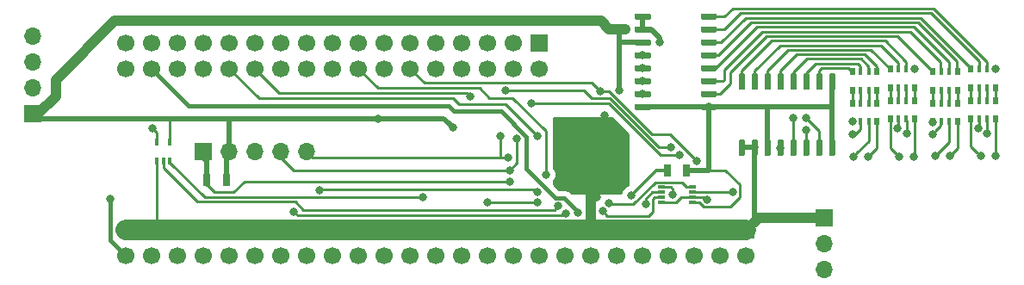
<source format=gbr>
G04 #@! TF.GenerationSoftware,KiCad,Pcbnew,(5.99.0-576-ga860ac506)*
G04 #@! TF.CreationDate,2020-08-23T19:59:58+02:00*
G04 #@! TF.ProjectId,50 pin to 34 pin Floppy Adapter,35302070-696e-4207-946f-203334207069,rev?*
G04 #@! TF.SameCoordinates,Original*
G04 #@! TF.FileFunction,Copper,L2,Bot*
G04 #@! TF.FilePolarity,Positive*
%FSLAX46Y46*%
G04 Gerber Fmt 4.6, Leading zero omitted, Abs format (unit mm)*
G04 Created by KiCad (PCBNEW (5.99.0-576-ga860ac506)) date 2020-08-23 19:59:58*
%MOMM*%
%LPD*%
G04 APERTURE LIST*
%ADD10R,0.800000X0.300000*%
%ADD11R,0.400000X0.650000*%
%ADD12R,1.700000X1.700000*%
%ADD13C,1.700000*%
%ADD14O,1.700000X1.700000*%
%ADD15R,0.700000X1.300000*%
%ADD16R,0.500000X0.800000*%
%ADD17R,0.400000X0.800000*%
%ADD18C,0.800000*%
%ADD19C,0.500000*%
%ADD20C,0.250000*%
%ADD21C,0.400000*%
%ADD22C,1.000000*%
%ADD23C,2.000000*%
%ADD24C,0.350000*%
%ADD25C,0.254000*%
G04 APERTURE END LIST*
D10*
X85635500Y-39421500D03*
X85635500Y-38921500D03*
X85635500Y-38421500D03*
X85635500Y-37921500D03*
X88735500Y-37921500D03*
X88735500Y-38421500D03*
X88735500Y-38921500D03*
X88735500Y-39421500D03*
D11*
X37338000Y-33469500D03*
X36038000Y-33469500D03*
X36688000Y-35369500D03*
X36038000Y-35369500D03*
X37338000Y-35369500D03*
D12*
X93980000Y-42164000D03*
D13*
X93980000Y-44704000D03*
X91440000Y-42164000D03*
X91440000Y-44704000D03*
X88900000Y-42164000D03*
X88900000Y-44704000D03*
X86360000Y-42164000D03*
X86360000Y-44704000D03*
X83820000Y-42164000D03*
X83820000Y-44704000D03*
X81280000Y-42164000D03*
X81280000Y-44704000D03*
X78740000Y-42164000D03*
X78740000Y-44704000D03*
X76200000Y-42164000D03*
X76200000Y-44704000D03*
X73660000Y-42164000D03*
X73660000Y-44704000D03*
X71120000Y-42164000D03*
X71120000Y-44704000D03*
X68580000Y-42164000D03*
X68580000Y-44704000D03*
X66040000Y-42164000D03*
X66040000Y-44704000D03*
X63500000Y-42164000D03*
X63500000Y-44704000D03*
X60960000Y-42164000D03*
X60960000Y-44704000D03*
X58420000Y-42164000D03*
X58420000Y-44704000D03*
X55880000Y-42164000D03*
X55880000Y-44704000D03*
X53340000Y-42164000D03*
X53340000Y-44704000D03*
X50800000Y-42164000D03*
X50800000Y-44704000D03*
X48260000Y-42164000D03*
X48260000Y-44704000D03*
X45720000Y-42164000D03*
X45720000Y-44704000D03*
X43180000Y-42164000D03*
X43180000Y-44704000D03*
X40640000Y-42164000D03*
X40640000Y-44704000D03*
X38100000Y-42164000D03*
X38100000Y-44704000D03*
X35560000Y-42164000D03*
X35560000Y-44704000D03*
X33020000Y-42164000D03*
X33020000Y-44704000D03*
D12*
X40640000Y-34417000D03*
D14*
X43180000Y-34417000D03*
X45720000Y-34417000D03*
X48260000Y-34417000D03*
X50800000Y-34417000D03*
D15*
X88138000Y-36258500D03*
X86238000Y-36258500D03*
X40960000Y-37211000D03*
X42860000Y-37211000D03*
G04 #@! TA.AperFunction,SMDPad,CuDef*
G36*
X84515903Y-29746918D02*
G01*
X84564566Y-29779434D01*
X84597082Y-29828097D01*
X84608500Y-29885500D01*
X84608500Y-30185500D01*
X84597082Y-30242903D01*
X84564566Y-30291566D01*
X84515903Y-30324082D01*
X84458500Y-30335500D01*
X83158500Y-30335500D01*
X83101097Y-30324082D01*
X83052434Y-30291566D01*
X83019918Y-30242903D01*
X83008500Y-30185500D01*
X83008500Y-29885500D01*
X83019918Y-29828097D01*
X83052434Y-29779434D01*
X83101097Y-29746918D01*
X83158500Y-29735500D01*
X84458500Y-29735500D01*
X84515903Y-29746918D01*
G37*
G04 #@! TD.AperFunction*
G04 #@! TA.AperFunction,SMDPad,CuDef*
G36*
X84515903Y-28476918D02*
G01*
X84564566Y-28509434D01*
X84597082Y-28558097D01*
X84608500Y-28615500D01*
X84608500Y-28915500D01*
X84597082Y-28972903D01*
X84564566Y-29021566D01*
X84515903Y-29054082D01*
X84458500Y-29065500D01*
X83158500Y-29065500D01*
X83101097Y-29054082D01*
X83052434Y-29021566D01*
X83019918Y-28972903D01*
X83008500Y-28915500D01*
X83008500Y-28615500D01*
X83019918Y-28558097D01*
X83052434Y-28509434D01*
X83101097Y-28476918D01*
X83158500Y-28465500D01*
X84458500Y-28465500D01*
X84515903Y-28476918D01*
G37*
G04 #@! TD.AperFunction*
G04 #@! TA.AperFunction,SMDPad,CuDef*
G36*
X84515903Y-27206918D02*
G01*
X84564566Y-27239434D01*
X84597082Y-27288097D01*
X84608500Y-27345500D01*
X84608500Y-27645500D01*
X84597082Y-27702903D01*
X84564566Y-27751566D01*
X84515903Y-27784082D01*
X84458500Y-27795500D01*
X83158500Y-27795500D01*
X83101097Y-27784082D01*
X83052434Y-27751566D01*
X83019918Y-27702903D01*
X83008500Y-27645500D01*
X83008500Y-27345500D01*
X83019918Y-27288097D01*
X83052434Y-27239434D01*
X83101097Y-27206918D01*
X83158500Y-27195500D01*
X84458500Y-27195500D01*
X84515903Y-27206918D01*
G37*
G04 #@! TD.AperFunction*
G04 #@! TA.AperFunction,SMDPad,CuDef*
G36*
X84515903Y-25936918D02*
G01*
X84564566Y-25969434D01*
X84597082Y-26018097D01*
X84608500Y-26075500D01*
X84608500Y-26375500D01*
X84597082Y-26432903D01*
X84564566Y-26481566D01*
X84515903Y-26514082D01*
X84458500Y-26525500D01*
X83158500Y-26525500D01*
X83101097Y-26514082D01*
X83052434Y-26481566D01*
X83019918Y-26432903D01*
X83008500Y-26375500D01*
X83008500Y-26075500D01*
X83019918Y-26018097D01*
X83052434Y-25969434D01*
X83101097Y-25936918D01*
X83158500Y-25925500D01*
X84458500Y-25925500D01*
X84515903Y-25936918D01*
G37*
G04 #@! TD.AperFunction*
G04 #@! TA.AperFunction,SMDPad,CuDef*
G36*
X84515903Y-24666918D02*
G01*
X84564566Y-24699434D01*
X84597082Y-24748097D01*
X84608500Y-24805500D01*
X84608500Y-25105500D01*
X84597082Y-25162903D01*
X84564566Y-25211566D01*
X84515903Y-25244082D01*
X84458500Y-25255500D01*
X83158500Y-25255500D01*
X83101097Y-25244082D01*
X83052434Y-25211566D01*
X83019918Y-25162903D01*
X83008500Y-25105500D01*
X83008500Y-24805500D01*
X83019918Y-24748097D01*
X83052434Y-24699434D01*
X83101097Y-24666918D01*
X83158500Y-24655500D01*
X84458500Y-24655500D01*
X84515903Y-24666918D01*
G37*
G04 #@! TD.AperFunction*
G04 #@! TA.AperFunction,SMDPad,CuDef*
G36*
X84515903Y-23396918D02*
G01*
X84564566Y-23429434D01*
X84597082Y-23478097D01*
X84608500Y-23535500D01*
X84608500Y-23835500D01*
X84597082Y-23892903D01*
X84564566Y-23941566D01*
X84515903Y-23974082D01*
X84458500Y-23985500D01*
X83158500Y-23985500D01*
X83101097Y-23974082D01*
X83052434Y-23941566D01*
X83019918Y-23892903D01*
X83008500Y-23835500D01*
X83008500Y-23535500D01*
X83019918Y-23478097D01*
X83052434Y-23429434D01*
X83101097Y-23396918D01*
X83158500Y-23385500D01*
X84458500Y-23385500D01*
X84515903Y-23396918D01*
G37*
G04 #@! TD.AperFunction*
G04 #@! TA.AperFunction,SMDPad,CuDef*
G36*
X84515903Y-22126918D02*
G01*
X84564566Y-22159434D01*
X84597082Y-22208097D01*
X84608500Y-22265500D01*
X84608500Y-22565500D01*
X84597082Y-22622903D01*
X84564566Y-22671566D01*
X84515903Y-22704082D01*
X84458500Y-22715500D01*
X83158500Y-22715500D01*
X83101097Y-22704082D01*
X83052434Y-22671566D01*
X83019918Y-22622903D01*
X83008500Y-22565500D01*
X83008500Y-22265500D01*
X83019918Y-22208097D01*
X83052434Y-22159434D01*
X83101097Y-22126918D01*
X83158500Y-22115500D01*
X84458500Y-22115500D01*
X84515903Y-22126918D01*
G37*
G04 #@! TD.AperFunction*
G04 #@! TA.AperFunction,SMDPad,CuDef*
G36*
X84515903Y-20856918D02*
G01*
X84564566Y-20889434D01*
X84597082Y-20938097D01*
X84608500Y-20995500D01*
X84608500Y-21295500D01*
X84597082Y-21352903D01*
X84564566Y-21401566D01*
X84515903Y-21434082D01*
X84458500Y-21445500D01*
X83158500Y-21445500D01*
X83101097Y-21434082D01*
X83052434Y-21401566D01*
X83019918Y-21352903D01*
X83008500Y-21295500D01*
X83008500Y-20995500D01*
X83019918Y-20938097D01*
X83052434Y-20889434D01*
X83101097Y-20856918D01*
X83158500Y-20845500D01*
X84458500Y-20845500D01*
X84515903Y-20856918D01*
G37*
G04 #@! TD.AperFunction*
G04 #@! TA.AperFunction,SMDPad,CuDef*
G36*
X91015903Y-20856918D02*
G01*
X91064566Y-20889434D01*
X91097082Y-20938097D01*
X91108500Y-20995500D01*
X91108500Y-21295500D01*
X91097082Y-21352903D01*
X91064566Y-21401566D01*
X91015903Y-21434082D01*
X90958500Y-21445500D01*
X89658500Y-21445500D01*
X89601097Y-21434082D01*
X89552434Y-21401566D01*
X89519918Y-21352903D01*
X89508500Y-21295500D01*
X89508500Y-20995500D01*
X89519918Y-20938097D01*
X89552434Y-20889434D01*
X89601097Y-20856918D01*
X89658500Y-20845500D01*
X90958500Y-20845500D01*
X91015903Y-20856918D01*
G37*
G04 #@! TD.AperFunction*
G04 #@! TA.AperFunction,SMDPad,CuDef*
G36*
X91015903Y-22126918D02*
G01*
X91064566Y-22159434D01*
X91097082Y-22208097D01*
X91108500Y-22265500D01*
X91108500Y-22565500D01*
X91097082Y-22622903D01*
X91064566Y-22671566D01*
X91015903Y-22704082D01*
X90958500Y-22715500D01*
X89658500Y-22715500D01*
X89601097Y-22704082D01*
X89552434Y-22671566D01*
X89519918Y-22622903D01*
X89508500Y-22565500D01*
X89508500Y-22265500D01*
X89519918Y-22208097D01*
X89552434Y-22159434D01*
X89601097Y-22126918D01*
X89658500Y-22115500D01*
X90958500Y-22115500D01*
X91015903Y-22126918D01*
G37*
G04 #@! TD.AperFunction*
G04 #@! TA.AperFunction,SMDPad,CuDef*
G36*
X91015903Y-23396918D02*
G01*
X91064566Y-23429434D01*
X91097082Y-23478097D01*
X91108500Y-23535500D01*
X91108500Y-23835500D01*
X91097082Y-23892903D01*
X91064566Y-23941566D01*
X91015903Y-23974082D01*
X90958500Y-23985500D01*
X89658500Y-23985500D01*
X89601097Y-23974082D01*
X89552434Y-23941566D01*
X89519918Y-23892903D01*
X89508500Y-23835500D01*
X89508500Y-23535500D01*
X89519918Y-23478097D01*
X89552434Y-23429434D01*
X89601097Y-23396918D01*
X89658500Y-23385500D01*
X90958500Y-23385500D01*
X91015903Y-23396918D01*
G37*
G04 #@! TD.AperFunction*
G04 #@! TA.AperFunction,SMDPad,CuDef*
G36*
X91015903Y-24666918D02*
G01*
X91064566Y-24699434D01*
X91097082Y-24748097D01*
X91108500Y-24805500D01*
X91108500Y-25105500D01*
X91097082Y-25162903D01*
X91064566Y-25211566D01*
X91015903Y-25244082D01*
X90958500Y-25255500D01*
X89658500Y-25255500D01*
X89601097Y-25244082D01*
X89552434Y-25211566D01*
X89519918Y-25162903D01*
X89508500Y-25105500D01*
X89508500Y-24805500D01*
X89519918Y-24748097D01*
X89552434Y-24699434D01*
X89601097Y-24666918D01*
X89658500Y-24655500D01*
X90958500Y-24655500D01*
X91015903Y-24666918D01*
G37*
G04 #@! TD.AperFunction*
G04 #@! TA.AperFunction,SMDPad,CuDef*
G36*
X91015903Y-25936918D02*
G01*
X91064566Y-25969434D01*
X91097082Y-26018097D01*
X91108500Y-26075500D01*
X91108500Y-26375500D01*
X91097082Y-26432903D01*
X91064566Y-26481566D01*
X91015903Y-26514082D01*
X90958500Y-26525500D01*
X89658500Y-26525500D01*
X89601097Y-26514082D01*
X89552434Y-26481566D01*
X89519918Y-26432903D01*
X89508500Y-26375500D01*
X89508500Y-26075500D01*
X89519918Y-26018097D01*
X89552434Y-25969434D01*
X89601097Y-25936918D01*
X89658500Y-25925500D01*
X90958500Y-25925500D01*
X91015903Y-25936918D01*
G37*
G04 #@! TD.AperFunction*
G04 #@! TA.AperFunction,SMDPad,CuDef*
G36*
X91015903Y-27206918D02*
G01*
X91064566Y-27239434D01*
X91097082Y-27288097D01*
X91108500Y-27345500D01*
X91108500Y-27645500D01*
X91097082Y-27702903D01*
X91064566Y-27751566D01*
X91015903Y-27784082D01*
X90958500Y-27795500D01*
X89658500Y-27795500D01*
X89601097Y-27784082D01*
X89552434Y-27751566D01*
X89519918Y-27702903D01*
X89508500Y-27645500D01*
X89508500Y-27345500D01*
X89519918Y-27288097D01*
X89552434Y-27239434D01*
X89601097Y-27206918D01*
X89658500Y-27195500D01*
X90958500Y-27195500D01*
X91015903Y-27206918D01*
G37*
G04 #@! TD.AperFunction*
G04 #@! TA.AperFunction,SMDPad,CuDef*
G36*
X91015903Y-28476918D02*
G01*
X91064566Y-28509434D01*
X91097082Y-28558097D01*
X91108500Y-28615500D01*
X91108500Y-28915500D01*
X91097082Y-28972903D01*
X91064566Y-29021566D01*
X91015903Y-29054082D01*
X90958500Y-29065500D01*
X89658500Y-29065500D01*
X89601097Y-29054082D01*
X89552434Y-29021566D01*
X89519918Y-28972903D01*
X89508500Y-28915500D01*
X89508500Y-28615500D01*
X89519918Y-28558097D01*
X89552434Y-28509434D01*
X89601097Y-28476918D01*
X89658500Y-28465500D01*
X90958500Y-28465500D01*
X91015903Y-28476918D01*
G37*
G04 #@! TD.AperFunction*
G04 #@! TA.AperFunction,SMDPad,CuDef*
G36*
X91015903Y-29746918D02*
G01*
X91064566Y-29779434D01*
X91097082Y-29828097D01*
X91108500Y-29885500D01*
X91108500Y-30185500D01*
X91097082Y-30242903D01*
X91064566Y-30291566D01*
X91015903Y-30324082D01*
X90958500Y-30335500D01*
X89658500Y-30335500D01*
X89601097Y-30324082D01*
X89552434Y-30291566D01*
X89519918Y-30242903D01*
X89508500Y-30185500D01*
X89508500Y-29885500D01*
X89519918Y-29828097D01*
X89552434Y-29779434D01*
X89601097Y-29746918D01*
X89658500Y-29735500D01*
X90958500Y-29735500D01*
X91015903Y-29746918D01*
G37*
G04 #@! TD.AperFunction*
D16*
X112338000Y-29707000D03*
D17*
X113938000Y-29707000D03*
X113138000Y-29707000D03*
D16*
X114738000Y-29707000D03*
D17*
X113138000Y-31507000D03*
D16*
X112338000Y-31507000D03*
D17*
X113938000Y-31507000D03*
D16*
X114738000Y-31507000D03*
X116084500Y-29453000D03*
D17*
X117684500Y-29453000D03*
X116884500Y-29453000D03*
D16*
X118484500Y-29453000D03*
D17*
X116884500Y-31253000D03*
D16*
X116084500Y-31253000D03*
D17*
X117684500Y-31253000D03*
D16*
X118484500Y-31253000D03*
X112338000Y-26595500D03*
D17*
X113938000Y-26595500D03*
X113138000Y-26595500D03*
D16*
X114738000Y-26595500D03*
D17*
X113138000Y-28395500D03*
D16*
X112338000Y-28395500D03*
D17*
X113938000Y-28395500D03*
D16*
X114738000Y-28395500D03*
X116084500Y-26341500D03*
D17*
X117684500Y-26341500D03*
X116884500Y-26341500D03*
D16*
X118484500Y-26341500D03*
D17*
X116884500Y-28141500D03*
D16*
X116084500Y-28141500D03*
D17*
X117684500Y-28141500D03*
D16*
X118484500Y-28141500D03*
G04 #@! TA.AperFunction,SMDPad,CuDef*
G36*
X102632903Y-26758918D02*
G01*
X102681566Y-26791434D01*
X102714082Y-26840097D01*
X102725500Y-26897500D01*
X102725500Y-28197500D01*
X102714082Y-28254903D01*
X102681566Y-28303566D01*
X102632903Y-28336082D01*
X102575500Y-28347500D01*
X102275500Y-28347500D01*
X102218097Y-28336082D01*
X102169434Y-28303566D01*
X102136918Y-28254903D01*
X102125500Y-28197500D01*
X102125500Y-26897500D01*
X102136918Y-26840097D01*
X102169434Y-26791434D01*
X102218097Y-26758918D01*
X102275500Y-26747500D01*
X102575500Y-26747500D01*
X102632903Y-26758918D01*
G37*
G04 #@! TD.AperFunction*
G04 #@! TA.AperFunction,SMDPad,CuDef*
G36*
X101362903Y-26758918D02*
G01*
X101411566Y-26791434D01*
X101444082Y-26840097D01*
X101455500Y-26897500D01*
X101455500Y-28197500D01*
X101444082Y-28254903D01*
X101411566Y-28303566D01*
X101362903Y-28336082D01*
X101305500Y-28347500D01*
X101005500Y-28347500D01*
X100948097Y-28336082D01*
X100899434Y-28303566D01*
X100866918Y-28254903D01*
X100855500Y-28197500D01*
X100855500Y-26897500D01*
X100866918Y-26840097D01*
X100899434Y-26791434D01*
X100948097Y-26758918D01*
X101005500Y-26747500D01*
X101305500Y-26747500D01*
X101362903Y-26758918D01*
G37*
G04 #@! TD.AperFunction*
G04 #@! TA.AperFunction,SMDPad,CuDef*
G36*
X100092903Y-26758918D02*
G01*
X100141566Y-26791434D01*
X100174082Y-26840097D01*
X100185500Y-26897500D01*
X100185500Y-28197500D01*
X100174082Y-28254903D01*
X100141566Y-28303566D01*
X100092903Y-28336082D01*
X100035500Y-28347500D01*
X99735500Y-28347500D01*
X99678097Y-28336082D01*
X99629434Y-28303566D01*
X99596918Y-28254903D01*
X99585500Y-28197500D01*
X99585500Y-26897500D01*
X99596918Y-26840097D01*
X99629434Y-26791434D01*
X99678097Y-26758918D01*
X99735500Y-26747500D01*
X100035500Y-26747500D01*
X100092903Y-26758918D01*
G37*
G04 #@! TD.AperFunction*
G04 #@! TA.AperFunction,SMDPad,CuDef*
G36*
X98822903Y-26758918D02*
G01*
X98871566Y-26791434D01*
X98904082Y-26840097D01*
X98915500Y-26897500D01*
X98915500Y-28197500D01*
X98904082Y-28254903D01*
X98871566Y-28303566D01*
X98822903Y-28336082D01*
X98765500Y-28347500D01*
X98465500Y-28347500D01*
X98408097Y-28336082D01*
X98359434Y-28303566D01*
X98326918Y-28254903D01*
X98315500Y-28197500D01*
X98315500Y-26897500D01*
X98326918Y-26840097D01*
X98359434Y-26791434D01*
X98408097Y-26758918D01*
X98465500Y-26747500D01*
X98765500Y-26747500D01*
X98822903Y-26758918D01*
G37*
G04 #@! TD.AperFunction*
G04 #@! TA.AperFunction,SMDPad,CuDef*
G36*
X97552903Y-26758918D02*
G01*
X97601566Y-26791434D01*
X97634082Y-26840097D01*
X97645500Y-26897500D01*
X97645500Y-28197500D01*
X97634082Y-28254903D01*
X97601566Y-28303566D01*
X97552903Y-28336082D01*
X97495500Y-28347500D01*
X97195500Y-28347500D01*
X97138097Y-28336082D01*
X97089434Y-28303566D01*
X97056918Y-28254903D01*
X97045500Y-28197500D01*
X97045500Y-26897500D01*
X97056918Y-26840097D01*
X97089434Y-26791434D01*
X97138097Y-26758918D01*
X97195500Y-26747500D01*
X97495500Y-26747500D01*
X97552903Y-26758918D01*
G37*
G04 #@! TD.AperFunction*
G04 #@! TA.AperFunction,SMDPad,CuDef*
G36*
X96282903Y-26758918D02*
G01*
X96331566Y-26791434D01*
X96364082Y-26840097D01*
X96375500Y-26897500D01*
X96375500Y-28197500D01*
X96364082Y-28254903D01*
X96331566Y-28303566D01*
X96282903Y-28336082D01*
X96225500Y-28347500D01*
X95925500Y-28347500D01*
X95868097Y-28336082D01*
X95819434Y-28303566D01*
X95786918Y-28254903D01*
X95775500Y-28197500D01*
X95775500Y-26897500D01*
X95786918Y-26840097D01*
X95819434Y-26791434D01*
X95868097Y-26758918D01*
X95925500Y-26747500D01*
X96225500Y-26747500D01*
X96282903Y-26758918D01*
G37*
G04 #@! TD.AperFunction*
G04 #@! TA.AperFunction,SMDPad,CuDef*
G36*
X95012903Y-26758918D02*
G01*
X95061566Y-26791434D01*
X95094082Y-26840097D01*
X95105500Y-26897500D01*
X95105500Y-28197500D01*
X95094082Y-28254903D01*
X95061566Y-28303566D01*
X95012903Y-28336082D01*
X94955500Y-28347500D01*
X94655500Y-28347500D01*
X94598097Y-28336082D01*
X94549434Y-28303566D01*
X94516918Y-28254903D01*
X94505500Y-28197500D01*
X94505500Y-26897500D01*
X94516918Y-26840097D01*
X94549434Y-26791434D01*
X94598097Y-26758918D01*
X94655500Y-26747500D01*
X94955500Y-26747500D01*
X95012903Y-26758918D01*
G37*
G04 #@! TD.AperFunction*
G04 #@! TA.AperFunction,SMDPad,CuDef*
G36*
X93742903Y-26758918D02*
G01*
X93791566Y-26791434D01*
X93824082Y-26840097D01*
X93835500Y-26897500D01*
X93835500Y-28197500D01*
X93824082Y-28254903D01*
X93791566Y-28303566D01*
X93742903Y-28336082D01*
X93685500Y-28347500D01*
X93385500Y-28347500D01*
X93328097Y-28336082D01*
X93279434Y-28303566D01*
X93246918Y-28254903D01*
X93235500Y-28197500D01*
X93235500Y-26897500D01*
X93246918Y-26840097D01*
X93279434Y-26791434D01*
X93328097Y-26758918D01*
X93385500Y-26747500D01*
X93685500Y-26747500D01*
X93742903Y-26758918D01*
G37*
G04 #@! TD.AperFunction*
G04 #@! TA.AperFunction,SMDPad,CuDef*
G36*
X93742903Y-33258918D02*
G01*
X93791566Y-33291434D01*
X93824082Y-33340097D01*
X93835500Y-33397500D01*
X93835500Y-34697500D01*
X93824082Y-34754903D01*
X93791566Y-34803566D01*
X93742903Y-34836082D01*
X93685500Y-34847500D01*
X93385500Y-34847500D01*
X93328097Y-34836082D01*
X93279434Y-34803566D01*
X93246918Y-34754903D01*
X93235500Y-34697500D01*
X93235500Y-33397500D01*
X93246918Y-33340097D01*
X93279434Y-33291434D01*
X93328097Y-33258918D01*
X93385500Y-33247500D01*
X93685500Y-33247500D01*
X93742903Y-33258918D01*
G37*
G04 #@! TD.AperFunction*
G04 #@! TA.AperFunction,SMDPad,CuDef*
G36*
X95012903Y-33258918D02*
G01*
X95061566Y-33291434D01*
X95094082Y-33340097D01*
X95105500Y-33397500D01*
X95105500Y-34697500D01*
X95094082Y-34754903D01*
X95061566Y-34803566D01*
X95012903Y-34836082D01*
X94955500Y-34847500D01*
X94655500Y-34847500D01*
X94598097Y-34836082D01*
X94549434Y-34803566D01*
X94516918Y-34754903D01*
X94505500Y-34697500D01*
X94505500Y-33397500D01*
X94516918Y-33340097D01*
X94549434Y-33291434D01*
X94598097Y-33258918D01*
X94655500Y-33247500D01*
X94955500Y-33247500D01*
X95012903Y-33258918D01*
G37*
G04 #@! TD.AperFunction*
G04 #@! TA.AperFunction,SMDPad,CuDef*
G36*
X96282903Y-33258918D02*
G01*
X96331566Y-33291434D01*
X96364082Y-33340097D01*
X96375500Y-33397500D01*
X96375500Y-34697500D01*
X96364082Y-34754903D01*
X96331566Y-34803566D01*
X96282903Y-34836082D01*
X96225500Y-34847500D01*
X95925500Y-34847500D01*
X95868097Y-34836082D01*
X95819434Y-34803566D01*
X95786918Y-34754903D01*
X95775500Y-34697500D01*
X95775500Y-33397500D01*
X95786918Y-33340097D01*
X95819434Y-33291434D01*
X95868097Y-33258918D01*
X95925500Y-33247500D01*
X96225500Y-33247500D01*
X96282903Y-33258918D01*
G37*
G04 #@! TD.AperFunction*
G04 #@! TA.AperFunction,SMDPad,CuDef*
G36*
X97552903Y-33258918D02*
G01*
X97601566Y-33291434D01*
X97634082Y-33340097D01*
X97645500Y-33397500D01*
X97645500Y-34697500D01*
X97634082Y-34754903D01*
X97601566Y-34803566D01*
X97552903Y-34836082D01*
X97495500Y-34847500D01*
X97195500Y-34847500D01*
X97138097Y-34836082D01*
X97089434Y-34803566D01*
X97056918Y-34754903D01*
X97045500Y-34697500D01*
X97045500Y-33397500D01*
X97056918Y-33340097D01*
X97089434Y-33291434D01*
X97138097Y-33258918D01*
X97195500Y-33247500D01*
X97495500Y-33247500D01*
X97552903Y-33258918D01*
G37*
G04 #@! TD.AperFunction*
G04 #@! TA.AperFunction,SMDPad,CuDef*
G36*
X98822903Y-33258918D02*
G01*
X98871566Y-33291434D01*
X98904082Y-33340097D01*
X98915500Y-33397500D01*
X98915500Y-34697500D01*
X98904082Y-34754903D01*
X98871566Y-34803566D01*
X98822903Y-34836082D01*
X98765500Y-34847500D01*
X98465500Y-34847500D01*
X98408097Y-34836082D01*
X98359434Y-34803566D01*
X98326918Y-34754903D01*
X98315500Y-34697500D01*
X98315500Y-33397500D01*
X98326918Y-33340097D01*
X98359434Y-33291434D01*
X98408097Y-33258918D01*
X98465500Y-33247500D01*
X98765500Y-33247500D01*
X98822903Y-33258918D01*
G37*
G04 #@! TD.AperFunction*
G04 #@! TA.AperFunction,SMDPad,CuDef*
G36*
X100092903Y-33258918D02*
G01*
X100141566Y-33291434D01*
X100174082Y-33340097D01*
X100185500Y-33397500D01*
X100185500Y-34697500D01*
X100174082Y-34754903D01*
X100141566Y-34803566D01*
X100092903Y-34836082D01*
X100035500Y-34847500D01*
X99735500Y-34847500D01*
X99678097Y-34836082D01*
X99629434Y-34803566D01*
X99596918Y-34754903D01*
X99585500Y-34697500D01*
X99585500Y-33397500D01*
X99596918Y-33340097D01*
X99629434Y-33291434D01*
X99678097Y-33258918D01*
X99735500Y-33247500D01*
X100035500Y-33247500D01*
X100092903Y-33258918D01*
G37*
G04 #@! TD.AperFunction*
G04 #@! TA.AperFunction,SMDPad,CuDef*
G36*
X101362903Y-33258918D02*
G01*
X101411566Y-33291434D01*
X101444082Y-33340097D01*
X101455500Y-33397500D01*
X101455500Y-34697500D01*
X101444082Y-34754903D01*
X101411566Y-34803566D01*
X101362903Y-34836082D01*
X101305500Y-34847500D01*
X101005500Y-34847500D01*
X100948097Y-34836082D01*
X100899434Y-34803566D01*
X100866918Y-34754903D01*
X100855500Y-34697500D01*
X100855500Y-33397500D01*
X100866918Y-33340097D01*
X100899434Y-33291434D01*
X100948097Y-33258918D01*
X101005500Y-33247500D01*
X101305500Y-33247500D01*
X101362903Y-33258918D01*
G37*
G04 #@! TD.AperFunction*
G04 #@! TA.AperFunction,SMDPad,CuDef*
G36*
X102632903Y-33258918D02*
G01*
X102681566Y-33291434D01*
X102714082Y-33340097D01*
X102725500Y-33397500D01*
X102725500Y-34697500D01*
X102714082Y-34754903D01*
X102681566Y-34803566D01*
X102632903Y-34836082D01*
X102575500Y-34847500D01*
X102275500Y-34847500D01*
X102218097Y-34836082D01*
X102169434Y-34803566D01*
X102136918Y-34754903D01*
X102125500Y-34697500D01*
X102125500Y-33397500D01*
X102136918Y-33340097D01*
X102169434Y-33291434D01*
X102218097Y-33258918D01*
X102275500Y-33247500D01*
X102575500Y-33247500D01*
X102632903Y-33258918D01*
G37*
G04 #@! TD.AperFunction*
X106825500Y-31507000D03*
D17*
X106025500Y-31507000D03*
D16*
X104425500Y-31507000D03*
D17*
X105225500Y-31507000D03*
D16*
X106825500Y-29707000D03*
D17*
X105225500Y-29707000D03*
X106025500Y-29707000D03*
D16*
X104425500Y-29707000D03*
X108134000Y-29453000D03*
D17*
X109734000Y-29453000D03*
X108934000Y-29453000D03*
D16*
X110534000Y-29453000D03*
D17*
X108934000Y-31253000D03*
D16*
X108134000Y-31253000D03*
D17*
X109734000Y-31253000D03*
D16*
X110534000Y-31253000D03*
X106825500Y-28395500D03*
D17*
X106025500Y-28395500D03*
D16*
X104425500Y-28395500D03*
D17*
X105225500Y-28395500D03*
D16*
X106825500Y-26595500D03*
D17*
X105225500Y-26595500D03*
X106025500Y-26595500D03*
D16*
X104425500Y-26595500D03*
X108134000Y-26341500D03*
D17*
X109734000Y-26341500D03*
X108934000Y-26341500D03*
D16*
X110534000Y-26341500D03*
D17*
X108934000Y-28141500D03*
D16*
X108134000Y-28141500D03*
D17*
X109734000Y-28141500D03*
D16*
X110534000Y-28141500D03*
D13*
X33020000Y-26290000D03*
X33020000Y-23750000D03*
X35560000Y-26290000D03*
X35560000Y-23750000D03*
X38100000Y-26290000D03*
X38100000Y-23750000D03*
X40640000Y-26290000D03*
X40640000Y-23750000D03*
X43180000Y-26290000D03*
X43180000Y-23750000D03*
X45720000Y-26290000D03*
X45720000Y-23750000D03*
X48260000Y-26290000D03*
X48260000Y-23750000D03*
X50800000Y-26290000D03*
X50800000Y-23750000D03*
X53340000Y-26290000D03*
X53340000Y-23750000D03*
X55880000Y-26290000D03*
X55880000Y-23750000D03*
X58420000Y-26290000D03*
X58420000Y-23750000D03*
X60960000Y-26290000D03*
X60960000Y-23750000D03*
X63500000Y-26290000D03*
X63500000Y-23750000D03*
X66040000Y-26290000D03*
X66040000Y-23750000D03*
X68580000Y-26290000D03*
X68580000Y-23750000D03*
X71120000Y-26290000D03*
X71120000Y-23750000D03*
X73660000Y-26290000D03*
D12*
X73660000Y-23750000D03*
D14*
X23876000Y-23114000D03*
X23876000Y-25654000D03*
X23876000Y-28194000D03*
D12*
X23876000Y-30734000D03*
D14*
X101663500Y-46037500D03*
X101663500Y-43497500D03*
D12*
X101663500Y-40957500D03*
D18*
X85471000Y-23685500D03*
X77470000Y-40449500D03*
X31432500Y-39052500D03*
X49530000Y-40322500D03*
X57785000Y-31178500D03*
X94805500Y-34036000D03*
X82105500Y-22415500D03*
X97345500Y-34099500D03*
X99885500Y-32348000D03*
X83820000Y-24955500D03*
X83820000Y-26225500D03*
X83820000Y-27495500D03*
X83820000Y-28765500D03*
X118484500Y-34888500D03*
X117024000Y-34888500D03*
X112579000Y-34888500D03*
X113976000Y-34888500D03*
X110483500Y-34952000D03*
X109023000Y-34952000D03*
X105975000Y-34952000D03*
X104514500Y-34952000D03*
X116809510Y-32120000D03*
X110534002Y-26341500D03*
X118484502Y-26278000D03*
X104425500Y-32755000D03*
X104425462Y-31498255D03*
X112337986Y-31548500D03*
X112299500Y-32755000D03*
X117633500Y-32691500D03*
X109808990Y-32628000D03*
X108859010Y-32119999D03*
X70739000Y-37401500D03*
X70739000Y-36258500D03*
X80091760Y-30897405D03*
X80518000Y-22415500D03*
X74273302Y-36692917D03*
X76263500Y-40513000D03*
X75526990Y-39789010D03*
X73469500Y-39433500D03*
X73460653Y-38433527D03*
X68516500Y-39433500D03*
X35623500Y-32131000D03*
X92646500Y-38417500D03*
X90170000Y-39142500D03*
X79863431Y-40303636D03*
X80454500Y-39497000D03*
X86781345Y-38685335D03*
X82677000Y-38735000D03*
X84103709Y-39623680D03*
X86614000Y-34036000D03*
X87439500Y-34798000D03*
X89154000Y-35369500D03*
X79284990Y-38940149D03*
X52070000Y-38200490D03*
X66865500Y-29019500D03*
X69850000Y-32893000D03*
X73469500Y-32893000D03*
X71443314Y-33141186D03*
X72834500Y-29718000D03*
X98597376Y-31135510D03*
X90297000Y-30035500D03*
X99906010Y-31135510D03*
X81474998Y-28443177D03*
X79629000Y-28484990D03*
X70294500Y-28421490D03*
X70612000Y-35052000D03*
X65151000Y-32067500D03*
X62230000Y-38925500D03*
D19*
X96075500Y-34047500D02*
X96075500Y-30289500D01*
D20*
X96075500Y-30289500D02*
X96329500Y-30035500D01*
D19*
X83808500Y-30035500D02*
X90297000Y-30035500D01*
X93535500Y-34036000D02*
X94805500Y-34036000D01*
D21*
X33020000Y-44704000D02*
X31432500Y-43116500D01*
X31432500Y-43116500D02*
X31432500Y-39618185D01*
X31432500Y-39618185D02*
X31432500Y-39052500D01*
D22*
X101663500Y-40957500D02*
X95186500Y-40957500D01*
X95186500Y-40957500D02*
X93980000Y-42164000D01*
D19*
X23876000Y-30734000D02*
X24320500Y-31178500D01*
X43180000Y-31178500D02*
X43243500Y-31242000D01*
X43180000Y-31178500D02*
X57219315Y-31178500D01*
X57219315Y-31178500D02*
X57785000Y-31178500D01*
X43180000Y-34480500D02*
X43180000Y-31178500D01*
X42860000Y-34737000D02*
X43180000Y-34417000D01*
X42860000Y-37211000D02*
X42860000Y-34737000D01*
X40957500Y-35369500D02*
X40957500Y-37655500D01*
X40640000Y-35052000D02*
X40957500Y-35369500D01*
X40640000Y-34988500D02*
X40957500Y-34671000D01*
X102425500Y-30035500D02*
X102425500Y-30734000D01*
D20*
X78740000Y-40703500D02*
X78740000Y-39460000D01*
X78740000Y-39460000D02*
X79084000Y-39116000D01*
X99885500Y-34047500D02*
X99885500Y-32348000D01*
X90308500Y-24955500D02*
X91217045Y-24955500D01*
X90308500Y-23685500D02*
X91503500Y-23685500D01*
X90308500Y-21145500D02*
X91852045Y-21145500D01*
X90308500Y-22415500D02*
X91821000Y-22415500D01*
X90308500Y-28765500D02*
X91440000Y-28765500D01*
X90308500Y-27495500D02*
X91694000Y-27495500D01*
X90308500Y-26225500D02*
X91027250Y-26225500D01*
X91027250Y-26225500D02*
X95074717Y-22178033D01*
X97345500Y-26479500D02*
X98946901Y-24878099D01*
X98615500Y-26670000D02*
X99957390Y-25328110D01*
X99957390Y-25328110D02*
X105300110Y-25328110D01*
X98946901Y-24878099D02*
X105650099Y-24878099D01*
X96075500Y-26479500D02*
X98126912Y-24428088D01*
X97345500Y-27547500D02*
X97345500Y-26479500D01*
X98126912Y-24428088D02*
X106226588Y-24428088D01*
X96075500Y-27547500D02*
X96075500Y-26479500D01*
X94805500Y-26479500D02*
X97306923Y-23978077D01*
X93535500Y-26479500D02*
X96486934Y-23528066D01*
X94805500Y-27547500D02*
X94805500Y-26479500D01*
X93535500Y-27547500D02*
X93535500Y-26479500D01*
X94444523Y-21728022D02*
X110861022Y-21728022D01*
X96486934Y-23528066D02*
X107632066Y-23528066D01*
X97306923Y-23978077D02*
X107226577Y-23978077D01*
X91217045Y-24955500D02*
X94444523Y-21728022D01*
X99885500Y-26686931D02*
X100794310Y-25778121D01*
X91852045Y-21145500D02*
X92647535Y-20350010D01*
X101155500Y-27547500D02*
X101155500Y-26479500D01*
X101406868Y-26228132D02*
X103994632Y-26228132D01*
X91503500Y-23685500D02*
X93910989Y-21278011D01*
X93408500Y-20828000D02*
X112120000Y-20828000D01*
X100794310Y-25778121D02*
X104945871Y-25778121D01*
X93910989Y-21278011D02*
X111171011Y-21278011D01*
X112404010Y-20350010D02*
X98425000Y-20350010D01*
X91821000Y-22415500D02*
X93408500Y-20828000D01*
X92647535Y-20350010D02*
X98426490Y-20350010D01*
X101155500Y-26479500D02*
X101406868Y-26228132D01*
X92456000Y-26606500D02*
X95984445Y-23078055D01*
X95984445Y-23078055D02*
X108845555Y-23078055D01*
X95545456Y-22628044D02*
X110110044Y-22628044D01*
X91821000Y-27368500D02*
X91821000Y-26352500D01*
X91821000Y-26352500D02*
X95545456Y-22628044D01*
X95074717Y-22178033D02*
X110485533Y-22178033D01*
X98615500Y-27547500D02*
X98615500Y-26670000D01*
X99885500Y-27547500D02*
X99885500Y-26686931D01*
X92456000Y-27749500D02*
X92456000Y-26606500D01*
X91440000Y-28765500D02*
X92456000Y-27749500D01*
X91694000Y-27495500D02*
X91821000Y-27368500D01*
X108845555Y-23078055D02*
X112363000Y-26595500D01*
X110110044Y-22628044D02*
X113125000Y-25643000D01*
X113125000Y-25643000D02*
X113125000Y-26595500D01*
X113938000Y-25630500D02*
X113938000Y-25945500D01*
X113938000Y-25945500D02*
X113938000Y-26595500D01*
X110485533Y-22178033D02*
X113938000Y-25630500D01*
X118484500Y-31328703D02*
X118548000Y-31392203D01*
X118548000Y-34825000D02*
X118484500Y-34888500D01*
X118484500Y-31178703D02*
X118484500Y-31328703D01*
X118484500Y-28141500D02*
X118484500Y-29457500D01*
X117684500Y-28141500D02*
X117684500Y-29445000D01*
X116884500Y-28141500D02*
X116884500Y-29445000D01*
X116084500Y-28141500D02*
X116084500Y-29457500D01*
X114738000Y-28395500D02*
X114738000Y-29711500D01*
X113938000Y-28395500D02*
X113938000Y-29737000D01*
X113138000Y-28395500D02*
X113138000Y-29699000D01*
X112338000Y-28395500D02*
X112338000Y-29711500D01*
X110534000Y-28141500D02*
X110534000Y-29446500D01*
X109734000Y-28141500D02*
X109734000Y-29443500D01*
X108934000Y-28141500D02*
X108934000Y-29459000D01*
X108134000Y-28141500D02*
X108134000Y-29433500D01*
X104425500Y-28395500D02*
X104425500Y-29661000D01*
X105225500Y-28395500D02*
X105225500Y-29699000D01*
X106025500Y-28395500D02*
X106025500Y-29699000D01*
X106825500Y-28395500D02*
X106825500Y-29711500D01*
D23*
X92642081Y-42164000D02*
X93980000Y-42164000D01*
X91440000Y-42164000D02*
X92642081Y-42164000D01*
X90102081Y-42164000D02*
X91440000Y-42164000D01*
X88900000Y-42164000D02*
X90102081Y-42164000D01*
X87562081Y-42164000D02*
X88900000Y-42164000D01*
X86360000Y-42164000D02*
X87562081Y-42164000D01*
X83820000Y-42164000D02*
X86360000Y-42164000D01*
X82482081Y-42164000D02*
X83820000Y-42164000D01*
X81280000Y-42164000D02*
X82482081Y-42164000D01*
X79942081Y-42164000D02*
X81280000Y-42164000D01*
X78740000Y-42164000D02*
X79942081Y-42164000D01*
X77402081Y-42164000D02*
X78740000Y-42164000D01*
X76200000Y-42164000D02*
X77402081Y-42164000D01*
X74862081Y-42164000D02*
X76200000Y-42164000D01*
X73660000Y-42164000D02*
X74862081Y-42164000D01*
X71120000Y-42164000D02*
X73660000Y-42164000D01*
X68580000Y-42164000D02*
X71120000Y-42164000D01*
X67242081Y-42164000D02*
X68580000Y-42164000D01*
X66040000Y-42164000D02*
X67242081Y-42164000D01*
X64702081Y-42164000D02*
X66040000Y-42164000D01*
X63500000Y-42164000D02*
X64702081Y-42164000D01*
X62162081Y-42164000D02*
X63500000Y-42164000D01*
X60960000Y-42164000D02*
X62162081Y-42164000D01*
X59622081Y-42164000D02*
X60960000Y-42164000D01*
X58420000Y-42164000D02*
X59622081Y-42164000D01*
X57082081Y-42164000D02*
X58420000Y-42164000D01*
X55880000Y-42164000D02*
X57082081Y-42164000D01*
X54542081Y-42164000D02*
X55880000Y-42164000D01*
X53340000Y-42164000D02*
X54542081Y-42164000D01*
X52002081Y-42164000D02*
X53340000Y-42164000D01*
X50800000Y-42164000D02*
X52002081Y-42164000D01*
X49462081Y-42164000D02*
X50800000Y-42164000D01*
X48260000Y-42164000D02*
X49462081Y-42164000D01*
X46922081Y-42164000D02*
X48260000Y-42164000D01*
X45720000Y-42164000D02*
X46922081Y-42164000D01*
X44382081Y-42164000D02*
X45720000Y-42164000D01*
X43180000Y-42164000D02*
X44382081Y-42164000D01*
X40640000Y-42164000D02*
X43180000Y-42164000D01*
X38100000Y-42164000D02*
X40640000Y-42164000D01*
X36762081Y-42164000D02*
X38100000Y-42164000D01*
X35560000Y-42164000D02*
X36762081Y-42164000D01*
X34222081Y-42164000D02*
X35560000Y-42164000D01*
X33020000Y-42164000D02*
X34222081Y-42164000D01*
D20*
X106827000Y-31616500D02*
X106827000Y-34100000D01*
X106827000Y-34100000D02*
X105975000Y-34952000D01*
X110534000Y-26335500D02*
X110534000Y-26341498D01*
X110534000Y-26341498D02*
X110534002Y-26341500D01*
X118484500Y-26267203D02*
X118484500Y-26277998D01*
X118484500Y-26277998D02*
X118484502Y-26278000D01*
X105227000Y-31616500D02*
X105227000Y-32266500D01*
X105227000Y-32266500D02*
X104738500Y-32755000D01*
X104738500Y-32755000D02*
X104425500Y-32755000D01*
X104427000Y-31616500D02*
X104427000Y-31499793D01*
X104427000Y-31499793D02*
X104425462Y-31498255D01*
X104914499Y-34552001D02*
X104514500Y-34952000D01*
X106027000Y-31616500D02*
X106027000Y-33439500D01*
X106027000Y-33439500D02*
X104914499Y-34552001D01*
X112338000Y-31548486D02*
X112337986Y-31548500D01*
X112338000Y-31432703D02*
X112338000Y-31548486D01*
X113950500Y-31497500D02*
X113938000Y-31485000D01*
X112579000Y-34888500D02*
X113950500Y-33517000D01*
X113950500Y-33517000D02*
X113950500Y-31497500D01*
X114738000Y-34126500D02*
X113976000Y-34888500D01*
X114738000Y-31548500D02*
X114738000Y-34126500D01*
X112699499Y-32355001D02*
X112299500Y-32755000D01*
X113125000Y-31485000D02*
X113125000Y-31929500D01*
X113125000Y-31929500D02*
X112699499Y-32355001D01*
X116624001Y-34488501D02*
X117024000Y-34888500D01*
X116084500Y-31231000D02*
X116084500Y-33949000D01*
X116084500Y-33949000D02*
X116624001Y-34488501D01*
X116884500Y-32045010D02*
X116809510Y-32120000D01*
X116884500Y-31231000D02*
X116884500Y-32045010D01*
X118484500Y-34322815D02*
X118484500Y-31269000D01*
X118484500Y-34888500D02*
X118484500Y-34322815D01*
X117684500Y-32640500D02*
X117633500Y-32691500D01*
X117684500Y-31231000D02*
X117684500Y-32640500D01*
X110534000Y-34901500D02*
X110483500Y-34952000D01*
X110534000Y-31247000D02*
X110534000Y-34901500D01*
X108134000Y-31294500D02*
X108134000Y-34063000D01*
X108623001Y-34552001D02*
X109023000Y-34952000D01*
X108134000Y-34063000D02*
X108623001Y-34552001D01*
X108870501Y-32119999D02*
X108859010Y-32119999D01*
X108934000Y-31294500D02*
X108934000Y-32056500D01*
X108934000Y-32056500D02*
X108870501Y-32119999D01*
X109759500Y-32578510D02*
X109808990Y-32628000D01*
X109696000Y-31285000D02*
X109759500Y-31348500D01*
X109759500Y-31348500D02*
X109759500Y-32578510D01*
X103994632Y-26228132D02*
X104362000Y-26595500D01*
X104945871Y-25778121D02*
X105187500Y-26019750D01*
X105187500Y-26019750D02*
X105187500Y-26595500D01*
X117684500Y-26341500D02*
X117684500Y-25630500D01*
X117684500Y-25630500D02*
X112404010Y-20350010D01*
X116871500Y-25579500D02*
X116871500Y-26341500D01*
X112120000Y-20828000D02*
X116871500Y-25579500D01*
X116084500Y-26191500D02*
X116084500Y-26341500D01*
X111171011Y-21278011D02*
X116084500Y-26191500D01*
X114712500Y-25579500D02*
X114712500Y-26659000D01*
X110861022Y-21728022D02*
X114712500Y-25579500D01*
X109734000Y-25630000D02*
X109734000Y-26335500D01*
X107632066Y-23528066D02*
X109734000Y-25630000D01*
X108934000Y-25685500D02*
X108934000Y-26335500D01*
X107226577Y-23978077D02*
X108934000Y-25685500D01*
X106226588Y-24428088D02*
X108134000Y-26335500D01*
X106827000Y-26055000D02*
X106827000Y-26595500D01*
X105650099Y-24878099D02*
X106827000Y-26055000D01*
X106013000Y-26041000D02*
X106013000Y-26595500D01*
X105300110Y-25328110D02*
X106013000Y-26041000D01*
X49466500Y-36258500D02*
X70173315Y-36258500D01*
X70173315Y-36258500D02*
X70739000Y-36258500D01*
X48260000Y-35052000D02*
X49466500Y-36258500D01*
D22*
X80962500Y-22415500D02*
X82105500Y-22415500D01*
D20*
X80962500Y-22415500D02*
X81407000Y-22415500D01*
X81407000Y-22415500D02*
X81509490Y-22517990D01*
D19*
X80091760Y-31463090D02*
X80091760Y-30897405D01*
X80091760Y-32176240D02*
X80091760Y-31463090D01*
X78740000Y-33528000D02*
X80091760Y-32176240D01*
D20*
X73660000Y-26352500D02*
X73660000Y-26578155D01*
X37338000Y-32894500D02*
X37338000Y-31178500D01*
X37338000Y-33469500D02*
X37338000Y-32894500D01*
D19*
X24320500Y-31178500D02*
X37338000Y-31178500D01*
X37338000Y-31178500D02*
X43180000Y-31178500D01*
D20*
X36038000Y-41439919D02*
X36762081Y-42164000D01*
X36038000Y-35369500D02*
X36038000Y-41439919D01*
X49929999Y-40722499D02*
X76054001Y-40722499D01*
X76054001Y-40722499D02*
X76263500Y-40513000D01*
X49530000Y-40322500D02*
X49929999Y-40722499D01*
X70173315Y-37401500D02*
X70739000Y-37401500D01*
X44640500Y-37401500D02*
X70173315Y-37401500D01*
X43614012Y-38427988D02*
X44640500Y-37401500D01*
X40957500Y-37655500D02*
X41729988Y-38427988D01*
X41729988Y-38427988D02*
X43614012Y-38427988D01*
X73469500Y-39433500D02*
X68516500Y-39433500D01*
X75126991Y-40189009D02*
X75526990Y-39789010D01*
X36688000Y-36053000D02*
X40010510Y-39375510D01*
X40010510Y-39375510D02*
X49656012Y-39375510D01*
X49656012Y-39375510D02*
X50469511Y-40189009D01*
X36688000Y-35369500D02*
X36688000Y-36053000D01*
X50469511Y-40189009D02*
X75126991Y-40189009D01*
X36038000Y-33469500D02*
X36038000Y-32545500D01*
X36023499Y-32530999D02*
X35623500Y-32131000D01*
X36038000Y-32545500D02*
X36023499Y-32530999D01*
X88773000Y-38417500D02*
X92646500Y-38417500D01*
D22*
X78740000Y-42164000D02*
X78740000Y-40703500D01*
X78740000Y-38989000D02*
X78740000Y-33528000D01*
X78740000Y-40703500D02*
X78740000Y-38989000D01*
D20*
X86781345Y-38119650D02*
X86781345Y-38685335D01*
X85635500Y-37921500D02*
X86583195Y-37921500D01*
X86583195Y-37921500D02*
X86781345Y-38119650D01*
D24*
X86238000Y-36258500D02*
X85153500Y-36258500D01*
X85153500Y-36258500D02*
X83076999Y-38335001D01*
X83076999Y-38335001D02*
X82677000Y-38735000D01*
D20*
X84103709Y-39057995D02*
X84103709Y-39623680D01*
X85635500Y-38421500D02*
X84740204Y-38421500D01*
X84740204Y-38421500D02*
X84103709Y-39057995D01*
X85635500Y-38921500D02*
X85000498Y-38921500D01*
X84828710Y-40329790D02*
X84359807Y-40798693D01*
X80358488Y-40798693D02*
X80263430Y-40703635D01*
X84359807Y-40798693D02*
X80358488Y-40798693D01*
X85000498Y-38921500D02*
X84828710Y-39093288D01*
X80263430Y-40703635D02*
X79863431Y-40303636D01*
X84828710Y-39093288D02*
X84828710Y-40329790D01*
X80581500Y-39624000D02*
X82861002Y-39624000D01*
X88150000Y-37921500D02*
X88735500Y-37921500D01*
X87674999Y-37446499D02*
X88150000Y-37921500D01*
X80454500Y-39497000D02*
X80581500Y-39624000D01*
X82861002Y-39624000D02*
X85038503Y-37446499D01*
X85038503Y-37446499D02*
X87674999Y-37446499D01*
D19*
X79084000Y-39116000D02*
X79109139Y-39116000D01*
X79109139Y-39116000D02*
X79284990Y-38940149D01*
X81509490Y-22517990D02*
X81470500Y-22556980D01*
X81470500Y-22556980D02*
X81470500Y-23861520D01*
D20*
X87070500Y-39421500D02*
X87566500Y-38925500D01*
X89953000Y-38925500D02*
X90170000Y-39142500D01*
X87566500Y-38925500D02*
X89953000Y-38925500D01*
X85635500Y-39421500D02*
X87070500Y-39421500D01*
D22*
X80518000Y-22415500D02*
X80962500Y-22415500D01*
X79692500Y-21590000D02*
X80518000Y-22415500D01*
X24384000Y-30734000D02*
X26098500Y-29019500D01*
X23876000Y-30734000D02*
X24384000Y-30734000D01*
X26098500Y-29019500D02*
X26098500Y-27368500D01*
X26098500Y-27368500D02*
X31877000Y-21590000D01*
X31877000Y-21590000D02*
X79692500Y-21590000D01*
D19*
X85471000Y-23241000D02*
X85471000Y-23685500D01*
X83820000Y-21157000D02*
X83820000Y-22288500D01*
X84645500Y-22415500D02*
X85471000Y-23241000D01*
X83808500Y-21145500D02*
X83820000Y-21157000D01*
X83820000Y-22288500D02*
X83947000Y-22415500D01*
X83947000Y-22415500D02*
X84645500Y-22415500D01*
D20*
X66490010Y-28644010D02*
X66865500Y-29019500D01*
X45720000Y-26290000D02*
X48074010Y-28644010D01*
X48074010Y-28644010D02*
X66490010Y-28644010D01*
X46100000Y-29210000D02*
X65151000Y-29210000D01*
X70358000Y-29781500D02*
X73069501Y-32493001D01*
X73069501Y-32493001D02*
X73469500Y-32893000D01*
X65151000Y-29210000D02*
X65722500Y-29781500D01*
X65722500Y-29781500D02*
X70358000Y-29781500D01*
X43180000Y-26290000D02*
X46100000Y-29210000D01*
X71443314Y-35554186D02*
X71443314Y-33141186D01*
X70739000Y-36258500D02*
X71443314Y-35554186D01*
X74273302Y-32426802D02*
X74273302Y-36127232D01*
X74273302Y-36127232D02*
X74273302Y-36692917D01*
X57783999Y-28193999D02*
X67754499Y-28193999D01*
X70993000Y-29146500D02*
X74273302Y-32426802D01*
X67754499Y-28193999D02*
X68707000Y-29146500D01*
X55880000Y-26290000D02*
X57783999Y-28193999D01*
X68707000Y-29146500D02*
X70993000Y-29146500D01*
D21*
X77470000Y-40333748D02*
X77470000Y-40449500D01*
X75247500Y-38989000D02*
X76125252Y-38989000D01*
X72390000Y-36131500D02*
X75247500Y-38989000D01*
X72390000Y-32956500D02*
X72390000Y-36131500D01*
X76125252Y-38989000D02*
X77470000Y-40333748D01*
X35560000Y-26289000D02*
X39179500Y-29908500D01*
X39179500Y-29908500D02*
X64706500Y-29908500D01*
X64706500Y-29908500D02*
X65278000Y-30480000D01*
X65278000Y-30480000D02*
X69913500Y-30480000D01*
X69913500Y-30480000D02*
X72390000Y-32956500D01*
D20*
X52109971Y-38160519D02*
X52070000Y-38200490D01*
X73460653Y-38433527D02*
X73187645Y-38160519D01*
X73187645Y-38160519D02*
X52109971Y-38160519D01*
D19*
X94805500Y-41338500D02*
X94805500Y-34036000D01*
X93980000Y-42164000D02*
X94805500Y-41338500D01*
D20*
X98615500Y-31153634D02*
X98597376Y-31135510D01*
X98615500Y-34047500D02*
X98615500Y-31153634D01*
D19*
X102425500Y-27547500D02*
X102425500Y-30035500D01*
X96329500Y-30035500D02*
X102425500Y-30035500D01*
X102425500Y-30035500D02*
X102425500Y-34099500D01*
X90297000Y-30035500D02*
X96329500Y-30035500D01*
X90297000Y-30035500D02*
X90308500Y-30035500D01*
X90297000Y-36258500D02*
X90297000Y-30035500D01*
X88138000Y-36258500D02*
X90297000Y-36258500D01*
D20*
X91948000Y-36258500D02*
X90297000Y-36258500D01*
X93371501Y-37682001D02*
X91948000Y-36258500D01*
X89344500Y-39433500D02*
X89778501Y-39867501D01*
X88709500Y-39433500D02*
X89344500Y-39433500D01*
X89778501Y-39867501D02*
X92402999Y-39867501D01*
X92402999Y-39867501D02*
X93371501Y-38898999D01*
X93371501Y-38898999D02*
X93371501Y-37682001D01*
X101155500Y-34047500D02*
X101155500Y-32385000D01*
X101155500Y-32385000D02*
X99906010Y-31135510D01*
X80491490Y-28484990D02*
X80194685Y-28484990D01*
X80194685Y-28484990D02*
X79629000Y-28484990D01*
X60960000Y-26290000D02*
X62356000Y-27686000D01*
X79229001Y-28084991D02*
X79629000Y-28484990D01*
X84709000Y-32702500D02*
X80491490Y-28484990D01*
X78830010Y-27686000D02*
X79229001Y-28084991D01*
X86487000Y-32702500D02*
X84709000Y-32702500D01*
X89154000Y-35369500D02*
X86487000Y-32702500D01*
X62356000Y-27686000D02*
X78830010Y-27686000D01*
X80451680Y-29718000D02*
X72834500Y-29718000D01*
X87439500Y-34798000D02*
X85531680Y-34798000D01*
X85531680Y-34798000D02*
X80451680Y-29718000D01*
X78014990Y-28421490D02*
X70860185Y-28421490D01*
X78803500Y-29210000D02*
X78014990Y-28421490D01*
X70860185Y-28421490D02*
X70294500Y-28421490D01*
X80580090Y-29210000D02*
X78803500Y-29210000D01*
X85406090Y-34036000D02*
X80580090Y-29210000D01*
X86614000Y-34036000D02*
X85406090Y-34036000D01*
X51371500Y-35052000D02*
X70046315Y-35052000D01*
X69850000Y-32893000D02*
X69850000Y-35052000D01*
X50800000Y-34480500D02*
X51371500Y-35052000D01*
X69850000Y-35052000D02*
X70612000Y-35052000D01*
X70046315Y-35052000D02*
X70612000Y-35052000D01*
D19*
X57785000Y-31178500D02*
X64262000Y-31178500D01*
X64751001Y-31667501D02*
X65151000Y-32067500D01*
X64262000Y-31178500D02*
X64751001Y-31667501D01*
X81474998Y-23812500D02*
X81474998Y-28443177D01*
X83808500Y-23685500D02*
X81601998Y-23685500D01*
X81601998Y-23685500D02*
X81474998Y-23812500D01*
D20*
X37338000Y-35369500D02*
X37338000Y-35494500D01*
X37338000Y-35494500D02*
X40769000Y-38925500D01*
X61664315Y-38925500D02*
X62230000Y-38925500D01*
X40769000Y-38925500D02*
X61664315Y-38925500D01*
G36*
X82360500Y-32700206D02*
G01*
X82360500Y-37749331D01*
X82277891Y-37771466D01*
X82042109Y-37907594D01*
X81849594Y-38100109D01*
X81713466Y-38335891D01*
X81674316Y-38482000D01*
X80661538Y-38482000D01*
X80590628Y-38463000D01*
X80318372Y-38463000D01*
X80247462Y-38482000D01*
X76797704Y-38482000D01*
X76781049Y-38465345D01*
X76766898Y-38442917D01*
X76696051Y-38380347D01*
X76672686Y-38356981D01*
X76652268Y-38341678D01*
X76587840Y-38284778D01*
X76557069Y-38270331D01*
X76529871Y-38249947D01*
X76449410Y-38219785D01*
X76371239Y-38183083D01*
X76338426Y-38178179D01*
X76306179Y-38166091D01*
X76209427Y-38158901D01*
X76183329Y-38155000D01*
X76156935Y-38155000D01*
X76067945Y-38148386D01*
X76036961Y-38155000D01*
X75592955Y-38155000D01*
X75056000Y-37618046D01*
X75056000Y-37372515D01*
X75100708Y-37327808D01*
X75236836Y-37092026D01*
X75307302Y-36829045D01*
X75307302Y-36556789D01*
X75236836Y-36293808D01*
X75100708Y-36058026D01*
X75056000Y-36013319D01*
X75056000Y-31114000D01*
X80774294Y-31114000D01*
X82360500Y-32700206D01*
G37*
D25*
X82360500Y-32700206D02*
X82360500Y-37749331D01*
X82277891Y-37771466D01*
X82042109Y-37907594D01*
X81849594Y-38100109D01*
X81713466Y-38335891D01*
X81674316Y-38482000D01*
X80661538Y-38482000D01*
X80590628Y-38463000D01*
X80318372Y-38463000D01*
X80247462Y-38482000D01*
X76797704Y-38482000D01*
X76781049Y-38465345D01*
X76766898Y-38442917D01*
X76696051Y-38380347D01*
X76672686Y-38356981D01*
X76652268Y-38341678D01*
X76587840Y-38284778D01*
X76557069Y-38270331D01*
X76529871Y-38249947D01*
X76449410Y-38219785D01*
X76371239Y-38183083D01*
X76338426Y-38178179D01*
X76306179Y-38166091D01*
X76209427Y-38158901D01*
X76183329Y-38155000D01*
X76156935Y-38155000D01*
X76067945Y-38148386D01*
X76036961Y-38155000D01*
X75592955Y-38155000D01*
X75056000Y-37618046D01*
X75056000Y-37372515D01*
X75100708Y-37327808D01*
X75236836Y-37092026D01*
X75307302Y-36829045D01*
X75307302Y-36556789D01*
X75236836Y-36293808D01*
X75100708Y-36058026D01*
X75056000Y-36013319D01*
X75056000Y-31114000D01*
X80774294Y-31114000D01*
X82360500Y-32700206D01*
M02*

</source>
